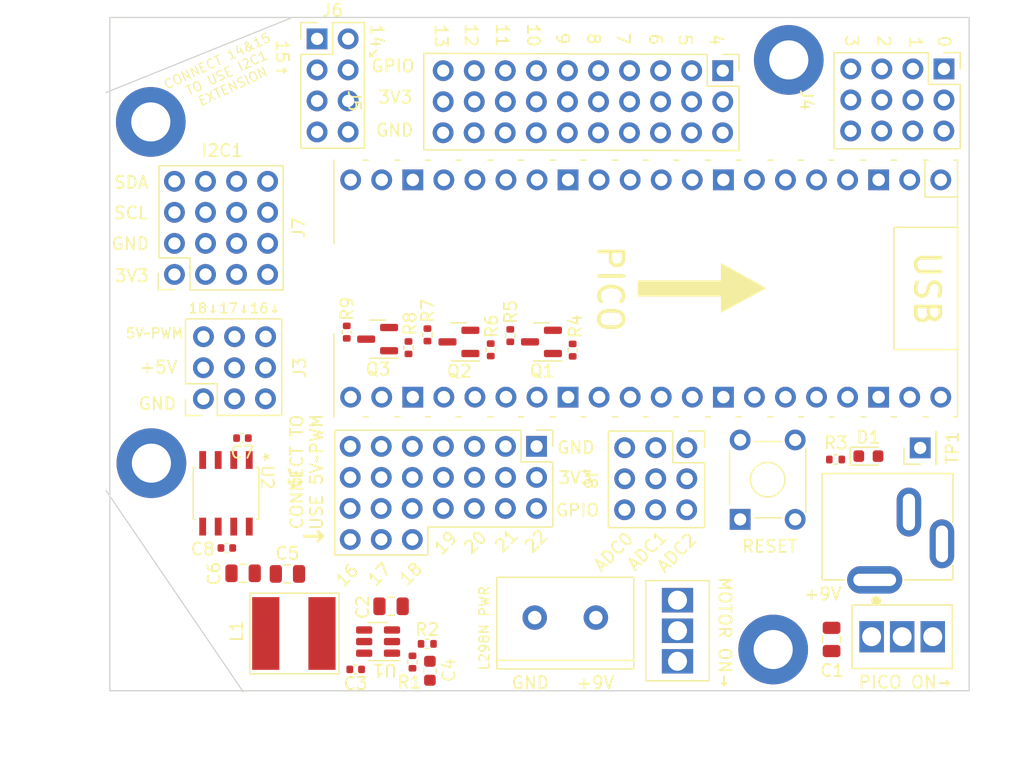
<source format=kicad_pcb>
(kicad_pcb (version 20211014) (generator pcbnew)
  (layers (0 "F.Cu" signal) (31 "B.Cu" signal) (34 "B.Paste" user) (35 "F.Paste" user) (36 "B.SilkS" user "B.Silkscreen") (37 "F.SilkS" user "F.Silkscreen") (38 "B.Mask" user) (39 "F.Mask" user) (44 "Edge.Cuts" user))
  (net 0 "")
  (net 1 "+9V")
  (net 2 "GND")
  (net 3 "Net-(C3-Pad1)")
  (net 4 "Net-(C3-Pad2)")
  (net 5 "Net-(C4-Pad1)")
  (net 6 "+5V")
  (net 7 "Net-(D1-Pad1)")
  (net 8 "+3.3V")
  (net 9 "/MTRPWR")
  (net 10 "/3V3_PWM_1")
  (net 11 "/3V3_PWM_2")
  (net 12 "Net-(J1-Pad1)")
  (net 13 "/run")
  (net 14 "/GPIO0")
  (net 15 "/GPIO1")
  (net 16 "/GPIO2")
  (net 17 "/GPIO3")
  (net 18 "/GPIO4")
  (net 19 "/GPIO5")
  (net 20 "/GPIO6")
  (net 21 "/GPIO7")
  (net 22 "/GPIO8")
  (net 23 "/GPIO9")
  (net 24 "/GPIO10")
  (net 25 "/GPIO11")
  (net 26 "/GPIO12")
  (net 27 "/GPIO13")
  (net 28 "/GPIO14")
  (net 29 "/GPIO15")
  (net 30 "/GPIO16")
  (net 31 "/GPIO17")
  (net 32 "/GPIO18")
  (net 33 "/GPIO19")
  (net 34 "/GPIO20")
  (net 35 "/GPIO21")
  (net 36 "/GPIO22")
  (net 37 "/GPIO26")
  (net 38 "/GPIO27")
  (net 39 "/GPIO28")
  (net 40 "/3V3_PWM_3")
  (net 41 "/5V_PWM_1")
  (net 42 "/5V_PWM_2")
  (net 43 "/5V_PWM_3")
  (net 44 "/SCL")
  (net 45 "/SDA")
  (footprint "LED_SMD:LED_0603_1608Metric" (layer "F.Cu") (at 138.3125 122.625)
    (fp_text reference "D1" (at 0 -1.55) (layer "F.SilkS"))
    (fp_text value "LED")
    (pad "1" smd roundrect (at -0.7875 0) (size 0.875 0.95) (layers "F.Cu" "F.Paste" "F.Mask") (net 7 "Net-(D1-Pad1)"))
    (pad "2" smd roundrect (at 0.7875 0) (size 0.875 0.95) (layers "F.Cu" "F.Paste" "F.Mask") (net 8 "+3.3V"))
  )
  (footprint "Connector_PinHeader_2.54mm:PinHeader4x4_P_2.54mm_Vertical" (layer "F.Cu") (at 92.228 103.945 90)
    (fp_text reference "J7" (at 0 -0.5 90 unlocked) (layer "F.SilkS"))
    (fp_text value "Conn_04x4")
    (pad "1" thru_hole oval (at -3.81 -10.668 90) (size 1.7 1.7) (drill 1) (layers *.Mask "F.Cu" "In1.Cu" "B.Cu") (net 8 "+3.3V"))
    (pad "2" thru_hole oval (at -3.81 -8.128 90) (size 1.7 1.7) (drill 1) (layers *.Mask "F.Cu" "In1.Cu" "B.Cu") (net 8 "+3.3V"))
    (pad "3" thru_hole oval (at -3.81 -5.588 90) (size 1.7 1.7) (drill 1) (layers *.Mask "F.Cu" "In1.Cu" "B.Cu") (net 8 "+3.3V"))
    (pad "4" thru_hole oval (at -3.81 -3.048 90) (size 1.7 1.7) (drill 1) (layers *.Mask "F.Cu" "In1.Cu" "B.Cu") (net 8 "+3.3V"))
    (pad "5" thru_hole oval (at -1.27 -10.668 90) (size 1.7 1.7) (drill 1) (layers *.Mask "F.Cu" "In1.Cu" "B.Cu") (net 2 "GND"))
    (pad "6" thru_hole oval (at -1.27 -8.128 90) (size 1.7 1.7) (drill 1) (layers *.Mask "F.Cu" "In1.Cu" "B.Cu") (net 2 "GND"))
    (pad "7" thru_hole oval (at -1.27 -5.588 90) (size 1.7 1.7) (drill 1) (layers *.Mask "F.Cu" "In1.Cu" "B.Cu") (net 2 "GND"))
    (pad "8" thru_hole oval (at -1.27 -3.048 90) (size 1.7 1.7) (drill 1) (layers *.Mask "F.Cu" "In1.Cu" "B.Cu") (net 2 "GND"))
    (pad "9" thru_hole oval (at 1.27 -10.668 90) (size 1.7 1.7) (drill 1) (layers *.Mask "F.Cu" "In1.Cu" "B.Cu") (net 44 "/SCL"))
    (pad "10" thru_hole oval (at 1.27 -8.128 90) (size 1.7 1.7) (drill 1) (layers *.Mask "F.Cu" "In1.Cu" "B.Cu") (net 44 "/SCL"))
    (pad "11" thru_hole oval (at 1.27 -5.588 90) (size 1.7 1.7) (drill 1) (layers *.Mask "F.Cu" "In1.Cu" "B.Cu") (net 44 "/SCL"))
    (pad "12" thru_hole oval (at 1.27 -3.048 90) (size 1.7 1.7) (drill 1) (layers *.Mask "F.Cu" "In1.Cu" "B.Cu") (net 44 "/SCL"))
    (pad "13" thru_hole oval (at 3.81 -10.668 90) (size 1.7 1.7) (drill 1) (layers *.Mask "F.Cu" "In1.Cu" "B.Cu") (net 45 "/SDA"))
    (pad "14" thru_hole oval (at 3.81 -8.128 90) (size 1.7 1.7) (drill 1) (layers *.Mask "F.Cu" "In1.Cu" "B.Cu") (net 45 "/SDA"))
    (pad "15" thru_hole oval (at 3.81 -5.588 90) (size 1.7 1.7) (drill 1) (layers *.Mask "F.Cu" "In1.Cu" "B.Cu") (net 45 "/SDA"))
    (pad "16" thru_hole oval (at 3.81 -3.048 90) (size 1.7 1.7) (drill 1) (layers *.Mask "F.Cu" "In1.Cu" "B.Cu") (net 45 "/SDA"))
  )
  (footprint "3rdparty:PinHeader_3x4_P2.54mm_vertical" (layer "F.Cu") (at 132.75 93.475 -90)
    (fp_text reference "J4" (at 0 -0.5 -90 unlocked) (layer "F.SilkS"))
    (fp_text value "Conn_3x4_female")
    (pad "1" thru_hole rect (at -2.54 -11.74 270) (size 1.7 1.7) (drill 1) (layers *.Mask "F.Cu" "In1.Cu" "B.Cu") (net 14 "/GPIO0"))
    (pad "2" thru_hole oval (at -2.54 -9.2 270) (size 1.7 1.7) (drill 1) (layers *.Mask "F.Cu" "In1.Cu" "B.Cu") (net 15 "/GPIO1"))
    (pad "3" thru_hole oval (at -2.54 -6.66 270) (size 1.7 1.7) (drill 1) (layers *.Mask "F.Cu" "In1.Cu" "B.Cu") (net 16 "/GPIO2"))
    (pad "4" thru_hole oval (at -2.54 -4.12 270) (size 1.7 1.7) (drill 1) (layers *.Mask "F.Cu" "In1.Cu" "B.Cu") (net 17 "/GPIO3"))
    (pad "5" thru_hole oval (at 0 -11.74 270) (size 1.7 1.7) (drill 1) (layers *.Mask "F.Cu" "In1.Cu" "B.Cu") (net 8 "+3.3V"))
    (pad "6" thru_hole oval (at 0 -9.2 270) (size 1.7 1.7) (drill 1) (layers *.Mask "F.Cu" "In1.Cu" "B.Cu") (net 8 "+3.3V"))
    (pad "7" thru_hole oval (at 0 -6.66 270) (size 1.7 1.7) (drill 1) (layers *.Mask "F.Cu" "In1.Cu" "B.Cu") (net 8 "+3.3V"))
    (pad "8" thru_hole oval (at 0 -4.12 270) (size 1.7 1.7) (drill 1) (layers *.Mask "F.Cu" "In1.Cu" "B.Cu") (net 8 "+3.3V"))
    (pad "9" thru_hole oval (at 2.54 -11.73 270) (size 1.7 1.7) (drill 1) (layers *.Mask "F.Cu" "In1.Cu" "B.Cu") (net 2 "GND"))
    (pad "10" thru_hole oval (at 2.54 -9.19 270) (size 1.7 1.7) (drill 1) (layers *.Mask "F.Cu" "In1.Cu" "B.Cu") (net 2 "GND"))
    (pad "11" thru_hole oval (at 2.54 -6.65 270) (size 1.7 1.7) (drill 1) (layers *.Mask "F.Cu" "In1.Cu" "B.Cu") (net 2 "GND"))
    (pad "12" thru_hole oval (at 2.54 -4.11 270) (size 1.7 1.7) (drill 1) (layers *.Mask "F.Cu" "In1.Cu" "B.Cu") (net 2 "GND"))
  )
  (footprint "Package_TO_SOT_SMD:SOT-23" (layer "F.Cu") (at 104.825 113.275 180)
    (fp_text reference "Q2" (at -0.025 -2.4 180) (layer "F.SilkS"))
    (fp_text value "BSS138")
    (pad "1" smd roundrect (at -0.9375 -0.95 180) (size 1.475 0.6) (layers "F.Cu" "F.Paste" "F.Mask") (net 6 "+5V"))
    (pad "2" smd roundrect (at -0.9375 0.95 180) (size 1.475 0.6) (layers "F.Cu" "F.Paste" "F.Mask") (net 42 "/5V_PWM_2"))
    (pad "3" smd roundrect (at 0.9375 0 180) (size 1.475 0.6) (layers "F.Cu" "F.Paste" "F.Mask") (net 11 "/3V3_PWM_2"))
  )
  (footprint "3rdparty:PinHeader3x7+3" (layer "F.Cu") (at 90.855 124.365 -90)
    (fp_text reference "J9" (at 0 -0.5 -90 unlocked) (layer "F.SilkS"))
    (fp_text value "Conn_03x9")
    (pad "1" thru_hole rect (at -2.54 -20.32 270) (size 1.7 1.7) (drill 1) (layers *.Mask "F.Cu" "In1.Cu" "B.Cu") (net 2 "GND"))
    (pad "2" thru_hole oval (at -2.54 -17.78 270) (size 1.7 1.7) (drill 1) (layers *.Mask "F.Cu" "In1.Cu" "B.Cu") (net 2 "GND"))
    (pad "3" thru_hole oval (at -2.54 -15.24 270) (size 1.7 1.7) (drill 1) (layers *.Mask "F.Cu" "In1.Cu" "B.Cu") (net 2 "GND"))
    (pad "4" thru_hole oval (at -2.54 -12.7 270) (size 1.7 1.7) (drill 1) (layers *.Mask "F.Cu" "In1.Cu" "B.Cu") (net 2 "GND"))
    (pad "5" thru_hole oval (at -2.54 -10.16 270) (size 1.7 1.7) (drill 1) (layers *.Mask "F.Cu" "In1.Cu" "B.Cu") (net 2 "GND"))
    (pad "6" thru_hole oval (at -2.54 -7.62 270) (size 1.7 1.7) (drill 1) (layers *.Mask "F.Cu" "In1.Cu" "B.Cu") (net 2 "GND"))
    (pad "7" thru_hole oval (at -2.54 -5.08 270) (size 1.7 1.7) (drill 1) (layers *.Mask "F.Cu" "In1.Cu" "B.Cu") (net 2 "GND"))
    (pad "8" thru_hole oval (at 0 -20.32 270) (size 1.7 1.7) (drill 1) (layers *.Mask "F.Cu" "In1.Cu" "B.Cu") (net 8 "+3.3V"))
    (pad "9" thru_hole oval (at 0 -17.78 270) (size 1.7 1.7) (drill 1) (layers *.Mask "F.Cu" "In1.Cu" "B.Cu") (net 8 "+3.3V"))
    (pad "10" thru_hole oval (at 0 -15.24 270) (size 1.7 1.7) (drill 1) (layers *.Mask "F.Cu" "In1.Cu" "B.Cu") (net 8 "+3.3V"))
    (pad "11" thru_hole oval (at 0 -12.7 270) (size 1.7 1.7) (drill 1) (layers *.Mask "F.Cu" "In1.Cu" "B.Cu") (net 8 "+3.3V"))
    (pad "12" thru_hole oval (at 0 -10.16 270) (size 1.7 1.7) (drill 1) (layers *.Mask "F.Cu" "In1.Cu" "B.Cu") (net 8 "+3.3V"))
    (pad "13" thru_hole oval (at 0 -7.62 270) (size 1.7 1.7) (drill 1) (layers *.Mask "F.Cu" "In1.Cu" "B.Cu") (net 8 "+3.3V"))
    (pad "14" thru_hole oval (at 0 -5.08 270) (size 1.7 1.7) (drill 1) (layers *.Mask "F.Cu" "In1.Cu" "B.Cu") (net 8 "+3.3V"))
    (pad "15" thru_hole oval (at 2.54 -20.31 270) (size 1.7 1.7) (drill 1) (layers *.Mask "F.Cu" "In1.Cu" "B.Cu") (net 36 "/GPIO22"))
    (pad "16" thru_hole oval (at 2.54 -17.77 270) (size 1.7 1.7) (drill 1) (layers *.Mask "F.Cu" "In1.Cu" "B.Cu") (net 35 "/GPIO21"))
    (pad "17" thru_hole oval (at 2.54 -15.23 270) (size 1.7 1.7) (drill 1) (layers *.Mask "F.Cu" "In1.Cu" "B.Cu") (net 34 "/GPIO20"))
    (pad "18" thru_hole oval (at 2.54 -12.69 270) (size 1.7 1.7) (drill 1) (layers *.Mask "F.Cu" "In1.Cu" "B.Cu") (net 33 "/GPIO19"))
    (pad "19" thru_hole oval (at 2.54 -10.15 270) (size 1.7 1.7) (drill 1) (layers *.Mask "F.Cu" "In1.Cu" "B.Cu") (net 32 "/GPIO18"))
    (pad "20" thru_hole oval (at 2.54 -7.61 270) (size 1.7 1.7) (drill 1) (layers *.Mask "F.Cu" "In1.Cu" "B.Cu") (net 31 "/GPIO17"))
    (pad "21" thru_hole oval (at 2.54 -5.07 270) (size 1.7 1.7) (drill 1) (layers *.Mask "F.Cu" "In1.Cu" "B.Cu") (net 30 "/GPIO16"))
    (pad "22" thru_hole oval (at 5.08 -10.16 270) (size 1.7 1.7) (drill 1) (layers *.Mask "F.Cu" "In1.Cu" "B.Cu") (net 10 "/3V3_PWM_1"))
    (pad "23" thru_hole oval (at 5.08 -7.62 270) (size 1.7 1.7) (drill 1) (layers *.Mask "F.Cu" "In1.Cu" "B.Cu") (net 11 "/3V3_PWM_2"))
    (pad "24" thru_hole oval (at 5.08 -5.08 270) (size 1.7 1.7) (drill 1) (layers *.Mask "F.Cu" "In1.Cu" "B.Cu") (net 40 "/3V3_PWM_3"))
  )
  (footprint "3rdparty:RPi_Pico_SMD_TH" (layer "F.Cu") (at 120.1 108.9052 -90)
    (fp_text reference "U4" hide)
    (fp_text value "PicoW")
    (fp_text user "PICO" (at 0.0198 2.915 -90 unlocked) (layer "F.SilkS") (effects (font (size 2 2) (thickness 0.3))))
    (fp_text user "USB" (at 0 -23 -90 unlocked) (layer "F.SilkS") (effects (font (size 2 2) (thickness 0.3))))
    (pad "1" thru_hole oval (at -8.89 -24.13 270) (size 1.7 1.7) (drill 1.02) (layers *.Cu *.Mask) (net 14 "/GPIO0"))
    (pad "2" thru_hole oval (at -8.89 -21.59 270) (size 1.7 1.7) (drill 1.02) (layers *.Cu *.Mask) (net 15 "/GPIO1"))
    (pad "3" thru_hole rect (at -8.89 -19.05 270) (size 1.7 1.7) (drill 1.02) (layers *.Cu *.Mask) (net 2 "GND"))
    (pad "4" thru_hole oval (at -8.89 -16.51 270) (size 1.7 1.7) (drill 1.02) (layers *.Cu *.Mask) (net 16 "/GPIO2"))
    (pad "5" thru_hole oval (at -8.89 -13.97 270) (size 1.7 1.7) (drill 1.02) (layers *.Cu *.Mask) (net 17 "/GPIO3"))
    (pad "6" thru_hole oval (at -8.89 -11.43 270) (size 1.7 1.7) (drill 1.02) (layers *.Cu *.Mask) (net 18 "/GPIO4"))
    (pad "7" thru_hole oval (at -8.89 -8.89 270) (size 1.7 1.7) (drill 1.02) (layers *.Cu *.Mask) (net 19 "/GPIO5"))
    (pad "8" thru_hole rect (at -8.89 -6.35 270) (size 1.7 1.7) (drill 1.02) (layers *.Cu *.Mask) (net 2 "GND"))
    (pad "9" thru_hole oval (at -8.89 -3.81 270) (size 1.7 1.7) (drill 1.02) (layers *.Cu *.Mask) (net 20 "/GPIO6"))
    (pad "10" thru_hole oval (at -8.89 -1.27 270) (size 1.7 1.7) (drill 1.02) (layers *.Cu *.Mask) (net 21 "/GPIO7"))
    (pad "11" thru_hole oval (at -8.89 1.27 270) (size 1.7 1.7) (drill 1.02) (layers *.Cu *.Mask) (net 22 "/GPIO8"))
    (pad "12" thru_hole oval (at -8.89 3.81 270) (size 1.7 1.7) (drill 1.02) (layers *.Cu *.Mask) (net 23 "/GPIO9"))
    (pad "13" thru_hole rect (at -8.89 6.35 270) (size 1.7 1.7) (drill 1.02) (layers *.Cu *.Mask) (net 2 "GND"))
    (pad "14" thru_hole oval (at -8.89 8.89 270) (size 1.7 1.7) (drill 1.02) (layers *.Cu *.Mask) (net 24 "/GPIO10"))
    (pad "15" thru_hole oval (at -8.89 11.43 270) (size 1.7 1.7) (drill 1.02) (layers *.Cu *.Mask) (net 25 "/GPIO11"))
    (pad "16" thru_hole oval (at -8.89 13.97 270) (size 1.7 1.7) (drill 1.02) (layers *.Cu *.Mask) (net 26 "/GPIO12"))
    (pad "17" thru_hole oval (at -8.89 16.51 270) (size 1.7 1.7) (drill 1.02) (layers *.Cu *.Mask) (net 27 "/GPIO13"))
    (pad "18" thru_hole rect (at -8.89 19.05 270) (size 1.7 1.7) (drill 1.02) (layers *.Cu *.Mask) (net 2 "GND"))
    (pad "19" thru_hole oval (at -8.89 21.59 270) (size 1.7 1.7) (drill 1.02) (layers *.Cu *.Mask) (net 28 "/GPIO14"))
    (pad "20" thru_hole oval (at -8.89 24.13 270) (size 1.7 1.7) (drill 1.02) (layers *.Cu *.Mask) (net 29 "/GPIO15"))
    (pad "21" thru_hole oval (at 8.89 24.13 270) (size 1.7 1.7) (drill 1.02) (layers *.Cu *.Mask) (net 30 "/GPIO16"))
    (pad "22" thru_hole oval (at 8.89 21.59 270) (size 1.7 1.7) (drill 1.02) (layers *.Cu *.Mask) (net 31 "/GPIO17"))
    (pad "23" thru_hole rect (at 8.89 19.05 270) (size 1.7 1.7) (drill 1.02) (layers *.Cu *.Mask) (net 2 "GND"))
    (pad "24" thru_hole oval (at 8.89 16.51 270) (size 1.7 1.7) (drill 1.02) (layers *.Cu *.Mask) (net 32 "/GPIO18"))
    (pad "25" thru_hole oval (at 8.89 13.97 270) (size 1.7 1.7) (drill 1.02) (layers *.Cu *.Mask) (net 33 "/GPIO19"))
    (pad "26" thru_hole oval (at 8.89 11.43 270) (size 1.7 1.7) (drill 1.02) (layers *.Cu *.Mask) (net 34 "/GPIO20"))
    (pad "27" thru_hole oval (at 8.89 8.89 270) (size 1.7 1.7) (drill 1.02) (layers *.Cu *.Mask) (net 35 "/GPIO21"))
    (pad "28" thru_hole rect (at 8.89 6.35 270) (size 1.7 1.7) (drill 1.02) (layers *.Cu *.Mask) (net 2 "GND"))
    (pad "29" thru_hole oval (at 8.89 3.81 270) (size 1.7 1.7) (drill 1.02) (layers *.Cu *.Mask) (net 36 "/GPIO22"))
    (pad "30" thru_hole oval (at 8.89 1.27 270) (size 1.7 1.7) (drill 1.02) (layers *.Cu *.Mask) (net 13 "/run"))
    (pad "31" thru_hole oval (at 8.89 -1.27 270) (size 1.7 1.7) (drill 1.02) (layers *.Cu *.Mask) (net 37 "/GPIO26"))
    (pad "32" thru_hole oval (at 8.89 -3.81 270) (size 1.7 1.7) (drill 1.02) (layers *.Cu *.Mask) (net 38 "/GPIO27"))
    (pad "33" thru_hole rect (at 8.89 -6.35 270) (size 1.7 1.7) (drill 1.02) (layers *.Cu *.Mask) (net 2 "GND"))
    (pad "34" thru_hole oval (at 8.89 -8.89 270) (size 1.7 1.7) (drill 1.02) (layers *.Cu *.Mask) (net 39 "/GPIO28"))
    (pad "35" thru_hole oval (at 8.89 -11.43 270) (size 1.7 1.7) (drill 1.02) (layers *.Cu *.Mask))
    (pad "36" thru_hole oval (at 8.89 -13.97 270) (size 1.7 1.7) (drill 1.02) (layers *.Cu *.Mask))
    (pad "37" thru_hole oval (at 8.89 -16.51 270) (size 1.7 1.7) (drill 1.02) (layers *.Cu *.Mask))
    (pad "38" thru_hole rect (at 8.89 -19.05 270) (size 1.7 1.7) (drill 1.02) (layers *.Cu *.Mask) (net 2 "GND"))
    (pad "39" thru_hole oval (at 8.89 -21.59 270) (size 1.7 1.7) (drill 1.02) (layers *.Cu *.Mask) (net 6 "+5V"))
    (pad "40" thru_hole oval (at 8.89 -24.13 270) (size 1.7 1.7) (drill 1.02) (layers *.Cu *.Mask))
  )
  (footprint "MountingHole:MountingHole_3.2mm_M3_ISO7380_Pad" (layer "F.Cu") (at 131.8 90.2)
    (fp_text reference "H1" hide)
    (fp_text value "MountingHole_Pad")
    (pad "1" thru_hole circle (at 0 0) (size 5.7 5.7) (drill 3.2) (layers *.Cu *.Mask) (net 2 "GND"))
  )
  (footprint "Capacitor_SMD:C_0805_2012Metric" (layer "F.Cu") (at 99.275 134.9125 180)
    (fp_text reference "C2" (at 2.325 -0.075 90) (layer "F.SilkS"))
    (fp_text value "10μ")
    (pad "1" smd roundrect (at -0.95 0 180) (size 1 1.45) (layers "F.Cu" "F.Paste" "F.Mask") (net 1 "+9V"))
    (pad "2" smd roundrect (at 0.95 0 180) (size 1 1.45) (layers "F.Cu" "F.Paste" "F.Mask") (net 2 "GND"))
  )
  (footprint "Connector_PinHeader_2.54mm:PinHeader3x3_P2.54mm_Vertical" (layer "F.Cu") (at 115.08 124.475 -90)
    (fp_text reference "J8" (at 0 -0.5 -90 unlocked) (layer "F.SilkS"))
    (fp_text value "Conn_3x3_female")
    (pad "1" thru_hole oval (at -2.54 -8.38 270) (size 1.7 1.7) (drill 1) (layers *.Mask "F.Cu" "In1.Cu" "B.Cu") (net 2 "GND"))
    (pad "2" thru_hole oval (at -2.54 -5.84 270) (size 1.7 1.7) (drill 1) (layers *.Mask "F.Cu" "In1.Cu" "B.Cu") (net 2 "GND"))
    (pad "3" thru_hole oval (at -2.54 -3.3 270) (size 1.7 1.7) (drill 1) (layers *.Mask "F.Cu" "In1.Cu" "B.Cu") (net 2 "GND"))
    (pad "4" thru_hole oval (at 0 -8.38 270) (size 1.7 1.7) (drill 1) (layers *.Mask "F.Cu" "In1.Cu" "B.Cu") (net 8 "+3.3V"))
    (pad "5" thru_hole oval (at 0 -5.84 270) (size 1.7 1.7) (drill 1) (layers *.Mask "F.Cu" "In1.Cu" "B.Cu") (net 8 "+3.3V"))
    (pad "6" thru_hole oval (at 0 -3.3 270) (size 1.7 1.7) (drill 1) (layers *.Mask "F.Cu" "In1.Cu" "B.Cu") (net 8 "+3.3V"))
    (pad "7" thru_hole oval (at 2.54 -8.37 270) (size 1.7 1.7) (drill 1) (layers *.Mask "F.Cu" "In1.Cu" "B.Cu") (net 39 "/GPIO28"))
    (pad "8" thru_hole oval (at 2.54 -5.83 270) (size 1.7 1.7) (drill 1) (layers *.Mask "F.Cu" "In1.Cu" "B.Cu") (net 38 "/GPIO27"))
    (pad "9" thru_hole oval (at 2.54 -3.29 270) (size 1.7 1.7) (drill 1) (layers *.Mask "F.Cu" "In1.Cu" "B.Cu") (net 37 "/GPIO26"))
  )
  (footprint "Capacitor_SMD:C_0805_2012Metric" (layer "F.Cu") (at 135.3 137.625 -90)
    (fp_text reference "C1" (at 2.55 -0.05 180) (layer "F.SilkS"))
    (fp_text value "10μ")
    (pad "1" smd roundrect (at -0.95 0 270) (size 1 1.45) (layers "F.Cu" "F.Paste" "F.Mask") (net 1 "+9V"))
    (pad "2" smd roundrect (at 0.95 0 270) (size 1 1.45) (layers "F.Cu" "F.Paste" "F.Mask") (net 2 "GND"))
  )
  (footprint "Package_TO_SOT_SMD:TSOT-23-6" (layer "F.Cu") (at 98.2125 137.8 180)
    (fp_text reference "U1" (at -0.5375 -2.35 180 unlocked) (layer "F.SilkS"))
    (fp_text value "AP63300WU-7")
    (pad "1" smd roundrect (at -1.1375 -0.95 180) (size 1.325 0.6) (layers "F.Cu" "F.Paste" "F.Mask") (net 5 "Net-(C4-Pad1)"))
    (pad "2" smd roundrect (at -1.1375 0 180) (size 1.325 0.6) (layers "F.Cu" "F.Paste" "F.Mask") (net 1 "+9V"))
    (pad "3" smd roundrect (at -1.1375 0.95 180) (size 1.325 0.6) (layers "F.Cu" "F.Paste" "F.Mask") (net 1 "+9V"))
    (pad "4" smd roundrect (at 1.1375 0.95 180) (size 1.325 0.6) (layers "F.Cu" "F.Paste" "F.Mask") (net 2 "GND"))
    (pad "5" smd roundrect (at 1.1375 0 180) (size 1.325 0.6) (layers "F.Cu" "F.Paste" "F.Mask") (net 4 "Net-(C3-Pad2)"))
    (pad "6" smd roundrect (at 1.1375 -0.95 180) (size 1.325 0.6) (layers "F.Cu" "F.Paste" "F.Mask") (net 3 "Net-(C3-Pad1)"))
  )
  (footprint "3rdparty:SW-T3-2B-A-A3-S1" (layer "F.Cu") (at 134.975 137.4 -90)
    (fp_text reference "SW-on/off1" hide)
    (fp_text value "SW_SPST")
    (pad "1" thru_hole rect (at 0 -8.6 270) (size 2.55 2) (drill 1.55) (layers *.Cu *.Mask) (net 12 "Net-(J1-Pad1)"))
    (pad "2" thru_hole rect (at 0 -6.1 270) (size 2.55 2) (drill 1.55) (layers *.Cu *.Mask) (net 1 "+9V"))
    (pad "3" thru_hole rect (at 0 -3.6 270) (size 2.55 2) (drill 1.55) (layers *.Cu *.Mask))
  )
  (footprint "Resistor_SMD:R_0402_1005Metric" (layer "F.Cu") (at 135.625 122.9 180)
    (fp_text reference "R3" (at -0.025 1.35) (layer "F.SilkS"))
    (fp_text value "470")
    (pad "1" smd roundrect (at -0.51 0 180) (size 0.54 0.64) (layers "F.Cu" "F.Paste" "F.Mask") (net 7 "Net-(D1-Pad1)"))
    (pad "2" smd roundrect (at 0.51 0 180) (size 0.54 0.64) (layers "F.Cu" "F.Paste" "F.Mask") (net 2 "GND"))
  )
  (footprint "Resistor_SMD:R_0402_1005Metric" (layer "F.Cu") (at 102.235 137.9875)
    (fp_text reference "R2" (at 0 -1.17) (layer "F.SilkS"))
    (fp_text value "30.1k")
    (pad "1" smd roundrect (at -0.51 0) (size 0.54 0.64) (layers "F.Cu" "F.Paste" "F.Mask") (net 5 "Net-(C4-Pad1)"))
    (pad "2" smd roundrect (at 0.51 0) (size 0.54 0.64) (layers "F.Cu" "F.Paste" "F.Mask") (net 2 "GND"))
  )
  (footprint "Capacitor_SMD:C_0402_1005Metric" (layer "F.Cu") (at 85.8425 130.140125 180)
    (fp_text reference "C8" (at 1.9675 -0.089275) (layer "F.SilkS"))
    (fp_text value "4.7u")
    (pad "1" smd roundrect (at -0.48 0 180) (size 0.56 0.62) (layers "F.Cu" "F.Paste" "F.Mask") (net 6 "+5V"))
    (pad "2" smd roundrect (at 0.48 0 180) (size 0.56 0.62) (layers "F.Cu" "F.Paste" "F.Mask") (net 2 "GND"))
  )
  (footprint "Resistor_SMD:R_0402_1005Metric" (layer "F.Cu") (at 100.7 113.75 90)
    (fp_text reference "R8" (at 1.975 0.125 90) (layer "F.SilkS"))
    (fp_text value "10K")
    (pad "1" smd roundrect (at -0.51 0 90) (size 0.54 0.64) (layers "F.Cu" "F.Paste" "F.Mask") (net 6 "+5V"))
    (pad "2" smd roundrect (at 0.51 0 90) (size 0.54 0.64) (layers "F.Cu" "F.Paste" "F.Mask") (net 43 "/5V_PWM_3"))
  )
  (footprint "MountingHole:MountingHole_3.2mm_M3_ISO7380_Pad" (layer "F.Cu") (at 130.525 138.45)
    (fp_text reference "H2" hide)
    (fp_text value "MountingHole_Pad")
    (pad "1" thru_hole circle (at 0 0) (size 5.7 5.7) (drill 3.2) (layers *.Cu *.Mask) (net 2 "GND"))
  )
  (footprint "MountingHole:MountingHole_3.2mm_M3_ISO7380_Pad" (layer "F.Cu") (at 79.625 95.275)
    (fp_text reference "H3" hide)
    (fp_text value "MountingHole_Pad")
    (pad "1" thru_hole circle (at 0 0) (size 5.7 5.7) (drill 3.2) (layers *.Cu *.Mask) (net 2 "GND"))
  )
  (footprint "Resistor_SMD:R_0402_1005Metric" (layer "F.Cu") (at 109.025 112.76 -90)
    (fp_text reference "R5" (at -1.935 -0.025 90) (layer "F.SilkS"))
    (fp_text value "10K")
    (pad "1" smd roundrect (at -0.51 0 270) (size 0.54 0.64) (layers "F.Cu" "F.Paste" "F.Mask") (net 8 "+3.3V"))
    (pad "2" smd roundrect (at 0.51 0 270) (size 0.54 0.64) (layers "F.Cu" "F.Paste" "F.Mask") (net 10 "/3V3_PWM_1"))
  )
  (footprint "Button_Switch_THT:SW_TH_Tactile_Omron_B3F-10xx" (layer "F.Cu") (at 127.825 127.8 90)
    (fp_text reference "SW1" hide)
    (fp_text value "SW_Push")
    (pad "1" thru_hole circle (at 6.5 0 90) (size 1.7 1.7) (drill 1) (layers *.Cu *.Mask) (net 13 "/run"))
    (pad "1" thru_hole rect (at 0 0 90) (size 1.7 1.7) (drill 1) (layers *.Cu *.Mask) (net 13 "/run"))
    (pad "2" thru_hole circle (at 0 4.5 90) (size 1.7 1.7) (drill 1) (layers *.Cu *.Mask) (net 2 "GND"))
    (pad "2" thru_hole circle (at 6.5 4.5 90) (size 1.7 1.7) (drill 1) (layers *.Cu *.Mask) (net 2 "GND"))
  )
  (footprint "3rdparty:PinHeader_3x11_P2.54mm_Vertical" (layer "F.Cu") (at 95.7698 93.5598 -90)
    (fp_text reference "J5" (at 0 -0.5 -90 unlocked) (layer "F.SilkS"))
    (fp_text value "Conn_03x10")
    (pad "1" thru_hole rect (at -2.48 -30.63 270) (size 1.7 1.7) (drill 1) (layers *.Mask "F.Cu" "In1.Cu" "B.Cu") (net 18 "/GPIO4"))
    (pad "2" thru_hole oval (at -2.48 -28.09 270) (size 1.7 1.7) (drill 1) (layers *.Mask "F.Cu" "In1.Cu" "B.Cu") (net 19 "/GPIO5"))
    (pad "3" thru_hole oval (at -2.48 -25.55 270) (size 1.7 1.7) (drill 1) (layers *.Mask "F.Cu" "In1.Cu" "B.Cu") (net 20 "/GPIO6"))
    (pad "4" thru_hole oval (at -2.48 -23.01 270) (size 1.7 1.7) (drill 1) (layers *.Mask "F.Cu" "In1.Cu" "B.Cu") (net 21 "/GPIO7"))
    (pad "5" thru_hole oval (at -2.48 -20.47 270) (size 1.7 1.7) (drill 1) (layers *.Mask "F.Cu" "In1.Cu" "B.Cu") (net 22 "/GPIO8"))
    (pad "6" thru_hole oval (at -2.48 -17.93 270) (size 1.7 1.7) (drill 1) (layers *.Mask "F.Cu" "In1.Cu" "B.Cu") (net 23 "/GPIO9"))
    (pad "7" thru_hole oval (at -2.48 -15.39 270) (size 1.7 1.7) (drill 1) (layers *.Mask "F.Cu" "In1.Cu" "B.Cu") (net 24 "/GPIO10"))
    (pad "8" thru_hole oval (at -2.48 -12.85 270) (size 1.7 1.7) (drill 1) (layers *.Mask "F.Cu" "In1.Cu" "B.Cu") (net 25 "/GPIO11"))
    (pad "9" thru_hole oval (at -2.48 -10.31 270) (size 1.7 1.7) (drill 1) (layers *.Mask "F.Cu" "In1.Cu" "B.Cu") (net 26 "/GPIO12"))
    (pad "10" thru_hole oval (at -2.48 -7.77 270) (size 1.7 1.7) (drill 1) (layers *.Mask "F.Cu" "In1.Cu" "B.Cu") (net 27 "/GPIO13"))
    (pad "11" thru_hole oval (at 0.06 -30.63 270) (size 1.7 1.7) (drill 1) (layers *.Cu *.Mask) (net 8 "+3.3V"))
    (pad "12" thru_hole oval (at 0.06 -28.09 270) (size 1.7 1.7) (drill 1) (layers *.Mask "F.Cu" "In1.Cu" "B.Cu") (net 8 "+3.3V"))
    (pad "13" thru_hole oval (at 0.06 -25.55 270) (size 1.7 1.7) (drill 1) (layers *.Mask "F.Cu" "In1.Cu" "B.Cu") (net 8 "+3.3V"))
    (pad "14" thru_hole oval (at 0.06 -23.01 270) (size 1.7 1.7) (drill 1) (layers *.Mask "F.Cu" "In1.Cu" "B.Cu") (net 8 "+3.3V"))
    (pad "15" thru_hole oval (at 0.06 -20.47 270) (size 1.7 1.7) (drill 1) (layers *.Mask "F.Cu" "In1.Cu" "B.Cu") (net 8 "+3.3V"))
    (pad "16" thru_hole oval (at 0.06 -17.93 270) (size 1.7 1.7) (drill 1) (layers *.Mask "F.Cu" "In1.Cu" "B.Cu") (net 8 "+3.3V"))
    (pad "17" thru_hole oval (at 0.06 -15.39 270) (size 1.7 1.7) (drill 1) (layers *.Mask "F.Cu" "In1.Cu" "B.Cu") (net 8 "+3.3V"))
    (pad "18" thru_hole oval (at 0.06 -12.85 270) (size 1.7 1.7) (drill 1) (layers *.Mask "F.Cu" "In1.Cu" "B.Cu") (net 8 "+3.3V"))
    (pad "19" thru_hole oval (at 0.06 -10.31 270) (size 1.7 1.7) (drill 1) (layers *.Mask "F.Cu" "In1.Cu" "B.Cu") (net 8 "+3.3V"))
    (pad "20" thru_hole oval (at 0.06 -7.77 270) (size 1.7 1.7) (drill 1) (layers *.Mask "F.Cu" "In1.Cu" "B.Cu") (net 8 "+3.3V"))
    (pad "21" thru_hole oval (at 2.6 -30.62 270) (size 1.7 1.7) (drill 1) (layers *.Mask "F.Cu" "In1.Cu" "B.Cu") (net 2 "GND"))
    (pad "22" thru_hole oval (at 2.6 -28.08 270) (size 1.7 1.7) (drill 1) (layers *.Mask "F.Cu" "In1.Cu" "B.Cu") (net 2 "GND"))
    (pad "23" thru_hole oval (at 2.6 -25.54 270) (size 1.7 1.7) (drill 1) (layers *.Mask "F.Cu" "In1.Cu" "B.Cu") (net 2 "GND"))
    (pad "24" thru_hole oval (at 2.6 -23 270) (size 1.7 1.7) (drill 1) (layers *.Mask "F.Cu" "In1.Cu" "B.Cu") (net 2 "GND"))
    (pad "25" thru_hole oval (at 2.6 -20.46 270) (size 1.7 1.7) (drill 1) (layers *.Mask "F.Cu" "In1.Cu" "B.Cu") (net 2 "GND"))
    (pad "26" thru_hole oval (at 2.6 -17.92 270) (size 1.7 1.7) (drill 1) (layers *.Mask "F.Cu" "In1.Cu" "B.Cu") (net 2 "GND"))
    (pad "27" thru_hole oval (at 2.6 -15.38 270) (size 1.7 1.7) (drill 1) (layers *.Mask "F.Cu" "In1.Cu" "B.Cu") (net 2 "GND"))
    (pad "28" thru_hole oval (at 2.6 -12.84 270) (size 1.7 1.7) (drill 1) (layers *.Mask "F.Cu" "In1.Cu" "B.Cu") (net 2 "GND"))
    (pad "29" thru_hole oval (at 2.6 -10.3 270) (size 1.7 1.7) (drill 1) (layers *.Mask "F.Cu" "In1.Cu" "B.Cu") (net 2 "GND"))
    (pad "30" thru_hole oval (at 2.6 -7.76 270) (size 1.7 1.7) (drill 1) (layers *.Mask "F.Cu" "In1.Cu" "B.Cu") (net 2 "GND"))
  )
  (footprint "3rdparty:SW-T3-2B-A-A3-S1" (layer "F.Cu") (at 122.7 130.8125 180)
    (fp_text reference "SW-on/off2" hide)
    (fp_text value "SW_SPST")
    (pad "1" thru_hole rect (at 0 -8.6 180) (size 2.55 2) (drill 1.55) (layers *.Cu *.Mask) (net 9 "/MTRPWR"))
    (pad "2" thru_hole rect (at 0 -6.1 180) (size 2.55 2) (drill 1.55) (layers *.Cu *.Mask) (net 1 "+9V"))
    (pad "3" thru_hole rect (at 0 -3.6 180) (size 2.55 2) (drill 1.55) (layers *.Cu *.Mask))
  )
  (footprint "Capacitor_SMD:C_0805_2012Metric" (layer "F.Cu") (at 90.8 132.2625)
    (fp_text reference "C5" (at 0 -1.68) (layer "F.SilkS"))
    (fp_text value "22μ")
    (pad "1" smd roundrect (at -0.95 0) (size 1 1.45) (layers "F.Cu" "F.Paste" "F.Mask") (net 6 "+5V"))
    (pad "2" smd roundrect (at 0.95 0) (size 1 1.45) (layers "F.Cu" "F.Paste" "F.Mask") (net 2 "GND"))
  )
  (footprint "Connector_PinHeader_2.54mm:PinHeader3x3_P2.54mm_Vertical" (layer "F.Cu") (at 92.305 115.39 90)
    (fp_text reference "J3" (at 0 -0.5 90 unlocked) (layer "F.SilkS"))
    (fp_text value "Conn_03x3_female")
    (pad "1" thru_hole oval (at -2.54 -8.38 90) (size 1.7 1.7) (drill 1) (layers *.Mask "F.Cu" "In1.Cu" "B.Cu") (net 2 "GND"))
    (pad "2" thru_hole oval (at -2.54 -5.84 90) (size 1.7 1.7) (drill 1) (layers *.Mask "F.Cu" "In1.Cu" "B.Cu") (net 2 "GND"))
    (pad "3" thru_hole oval (at -2.54 -3.3 90) (size 1.7 1.7) (drill 1) (layers *.Mask "F.Cu" "In1.Cu" "B.Cu") (net 2 "GND"))
    (pad "4" thru_hole oval (at 0 -8.38 90) (size 1.7 1.7) (drill 1) (layers *.Mask "F.Cu" "In1.Cu" "B.Cu") (net 6 "+5V"))
    (pad "5" thru_hole oval (at 0 -5.84 90) (size 1.7 1.7) (drill 1) (layers *.Mask "F.Cu" "In1.Cu" "B.Cu") (net 6 "+5V"))
    (pad "6" thru_hole oval (at 0 -3.3 90) (size 1.7 1.7) (drill 1) (layers *.Mask "F.Cu" "In1.Cu" "B.Cu") (net 6 "+5V"))
    (pad "7" thru_hole oval (at 2.54 -8.37 90) (size 1.7 1.7) (drill 1) (layers *.Mask "F.Cu" "In1.Cu" "B.Cu") (net 41 "/5V_PWM_1"))
    (pad "8" thru_hole oval (at 2.54 -5.83 90) (size 1.7 1.7) (drill 1) (layers *.Mask "F.Cu" "In1.Cu" "B.Cu") (net 42 "/5V_PWM_2"))
    (pad "9" thru_hole oval (at 2.54 -3.29 90) (size 1.7 1.7) (drill 1) (layers *.Mask "F.Cu" "In1.Cu" "B.Cu") (net 43 "/5V_PWM_3"))
  )
  (footprint "Capacitor_SMD:C_0402_1005Metric" (layer "F.Cu") (at 96.38 140.075 180)
    (fp_text reference "C3" (at 0 -1.16) (layer "F.SilkS"))
    (fp_text value "0.1μ")
    (pad "1" smd roundrect (at -0.48 0 180) (size 0.56 0.62) (layers "F.Cu" "F.Paste" "F.Mask") (net 3 "Net-(C3-Pad1)"))
    (pad "2" smd roundrect (at 0.48 0 180) (size 0.56 0.62) (layers "F.Cu" "F.Paste" "F.Mask") (net 4 "Net-(C3-Pad2)"))
  )
  (footprint "Resistor_SMD:R_0402_1005Metric" (layer "F.Cu") (at 107.425 113.925 90)
    (fp_text reference "R6" (at 1.935 0.075 90) (layer "F.SilkS"))
    (fp_text value "10K")
    (pad "1" smd roundrect (at -0.51 0 90) (size 0.54 0.64) (layers "F.Cu" "F.Paste" "F.Mask") (net 6 "+5V"))
    (pad "2" smd roundrect (at 0.51 0 90) (size 0.54 0.64) (layers "F.Cu" "F.Paste" "F.Mask") (net 42 "/5V_PWM_2"))
  )
  (footprint "Resistor_SMD:R_0402_1005Metric" (layer "F.Cu") (at 95.65 112.475 -90)
    (fp_text reference "R9" (at -1.9 -0.025 90) (layer "F.SilkS"))
    (fp_text value "10K")
    (pad "1" smd roundrect (at -0.51 0 270) (size 0.54 0.64) (layers "F.Cu" "F.Paste" "F.Mask") (net 8 "+3.3V"))
    (pad "2" smd roundrect (at 0.51 0 270) (size 0.54 0.64) (layers "F.Cu" "F.Paste" "F.Mask") (net 40 "/3V3_PWM_3"))
  )
  (footprint "Package_TO_SOT_SMD:SOT-23" (layer "F.Cu") (at 111.575 113.275 180)
    (fp_text reference "Q1" (at -0.05 -2.375 180) (layer "F.SilkS"))
    (fp_text value "BSS138")
    (pad "1" smd roundrect (at -0.9375 -0.95 180) (size 1.475 0.6) (layers "F.Cu" "F.Paste" "F.Mask") (net 6 "+5V"))
    (pad "2" smd roundrect (at -0.9375 0.95 180) (size 1.475 0.6) (layers "F.Cu" "F.Paste" "F.Mask") (net 41 "/5V_PWM_1"))
    (pad "3" smd roundrect (at 0.9375 0 180) (size 1.475 0.6) (layers "F.Cu" "F.Paste" "F.Mask") (net 10 "/3V3_PWM_1"))
  )
  (footprint "Capacitor_SMD:C_0805_2012Metric" (layer "F.Cu") (at 87.175 132.2125 180)
    (fp_text reference "C6" (at 2.375 -0.025 90) (layer "F.SilkS"))
    (fp_text value "22μ")
    (pad "1" smd roundrect (at -0.95 0 180) (size 1 1.45) (layers "F.Cu" "F.Paste" "F.Mask") (net 6 "+5V"))
    (pad "2" smd roundrect (at 0.95 0 180) (size 1 1.45) (layers "F.Cu" "F.Paste" "F.Mask") (net 2 "GND"))
  )
  (footprint "Package_TO_SOT_SMD:SOT-23" (layer "F.Cu") (at 98.175 113.05 180)
    (fp_text reference "Q3" (at -0.05 -2.45 180) (layer "F.SilkS"))
    (fp_text value "BSS138")
    (pad "1" smd roundrect (at -0.9375 -0.95 180) (size 1.475 0.6) (layers "F.Cu" "F.Paste" "F.Mask") (net 6 "+5V"))
    (pad "2" smd roundrect (at -0.9375 0.95 180) (size 1.475 0.6) (layers "F.Cu" "F.Paste" "F.Mask") (net 43 "/5V_PWM_3"))
    (pad "3" smd roundrect (at 0.9375 0 180) (size 1.475 0.6) (layers "F.Cu" "F.Paste" "F.Mask") (net 40 "/3V3_PWM_3"))
  )
  (footprint "Capacitor_SMD:C_0402_1005Metric" (layer "F.Cu") (at 87.12 121.15 180)
    (fp_text reference "C7" (at 0 -1.16) (layer "F.SilkS"))
    (fp_text value "4.7u")
    (pad "1" smd roundrect (at -0.48 0 180) (size 0.56 0.62) (layers "F.Cu" "F.Paste" "F.Mask") (net 8 "+3.3V"))
    (pad "2" smd roundrect (at 0.48 0 180) (size 0.56 0.62) (layers "F.Cu" "F.Paste" "F.Mask") (net 2 "GND"))
  )
  (footprint "Package_SO:AP2115M-3.3TRG1" (layer "F.Cu") (at 85.7725 125.665125 -90)
    (fp_text reference "U2" (at -1.325 -3.375 -90 unlocked) (layer "F.SilkS"))
    (fp_text value "AP2115M-3.3TRG1" hide)
    (fp_text user "*" (at -2.97815 -3.6068 90) (layer "F.SilkS"))
    (fp_text user "*" (at -2.97815 -3.6068 90) (layer "F.SilkS"))
    (pad "1" smd rect (at -2.72415 -1.905 270) (size 1.4605 0.5588) (layers "F.Cu" "F.Paste" "F.Mask") (net 8 "+3.3V"))
    (pad "2" smd rect (at -2.72415 -0.635 270) (size 1.4605 0.5588) (layers "F.Cu" "F.Paste" "F.Mask"))
    (pad "3" smd rect (at -2.72415 0.635 270) (size 1.4605 0.5588) (layers "F.Cu" "F.Paste" "F.Mask"))
    (pad "4" smd rect (at -2.72415 1.905 270) (size 1.4605 0.5588) (layers "F.Cu" "F.Paste" "F.Mask"))
    (pad "5" smd rect (at 2.72415 1.905 270) (size 1.4605 0.5588) (layers "F.Cu" "F.Paste" "F.Mask") (net 6 "+5V"))
    (pad "6" smd rect (at 2.72415 0.635 270) (size 1.4605 0.5588) (layers "F.Cu" "F.Paste" "F.Mask") (net 2 "GND"))
    (pad "7" smd rect (at 2.72415 -0.635 270) (size 1.4605 0.5588) (layers "F.Cu" "F.Paste" "F.Mask") (net 2 "GND"))
    (pad "8" smd rect (at 2.72415 -1.905 270) (size 1.4605 0.5588) (layers "F.Cu" "F.Paste" "F.Mask") (net 6 "+5V"))
  )
  (footprint "MountingHole:MountingHole_3.2mm_M3_ISO7380_Pad" (layer "F.Cu") (at 79.675 123.2)
    (fp_text reference "H4" hide)
    (fp_text value "MountingHole_Pad")
    (pad "1" thru_hole circle (at 0 0) (size 5.7 5.7) (drill 3.2) (layers *.Cu *.Mask) (net 2 "GND"))
  )
  (footprint "Resistor_SMD:R_0402_1005Metric" (layer "F.Cu") (at 114.125 113.95 90)
    (fp_text reference "R4" (at 1.95 0.225 90) (layer "F.SilkS"))
    (fp_text value "10K")
    (pad "1" smd roundrect (at -0.51 0 90) (size 0.54 0.64) (layers "F.Cu" "F.Paste" "F.Mask") (net 6 "+5V"))
    (pad "2" smd roundrect (at 0.51 0 90) (size 0.54 0.64) (layers "F.Cu" "F.Paste" "F.Mask") (net 41 "/5V_PWM_1"))
  )
  (footprint "Connector_PinHeader_2.54mm:PinHeader_2x04_P2.54mm_Vertical" (layer "F.Cu") (at 93.225 88.475)
    (fp_text reference "J6" (at 1.27 -2.33) (layer "F.SilkS"))
    (fp_text value "Conn_02x04_Top_Bottom")
    (pad "1" thru_hole rect (at 0 0) (size 1.7 1.7) (drill 1) (layers *.Cu *.Mask) (net 44 "/SCL"))
    (pad "2" thru_hole oval (at 2.54 0) (size 1.7 1.7) (drill 1) (layers *.Cu *.Mask) (net 45 "/SDA"))
    (pad "3" thru_hole oval (at 0 2.54) (size 1.7 1.7) (drill 1) (layers *.Cu *.Mask) (net 29 "/GPIO15"))
    (pad "4" thru_hole oval (at 2.54 2.54) (size 1.7 1.7) (drill 1) (layers *.Cu *.Mask) (net 28 "/GPIO14"))
    (pad "5" thru_hole oval (at 0 5.08) (size 1.7 1.7) (drill 1) (layers *.Cu *.Mask) (net 8 "+3.3V"))
    (pad "6" thru_hole oval (at 2.54 5.08) (size 1.7 1.7) (drill 1) (layers *.Cu *.Mask) (net 8 "+3.3V"))
    (pad "7" thru_hole oval (at 0 7.62) (size 1.7 1.7) (drill 1) (layers *.Cu *.Mask) (net 2 "GND"))
    (pad "8" thru_hole oval (at 2.54 7.62) (size 1.7 1.7) (drill 1) (layers *.Cu *.Mask) (net 2 "GND"))
  )
  (footprint "Resistor_SMD:R_0402_1005Metric" (layer "F.Cu") (at 102.25 112.7 -90)
    (fp_text reference "R7" (at -1.975 -0.025 90) (layer "F.SilkS"))
    (fp_text value "10K")
    (pad "1" smd roundrect (at -0.51 0 270) (size 0.54 0.64) (layers "F.Cu" "F.Paste" "F.Mask") (net 8 "+3.3V"))
    (pad "2" smd roundrect (at 0.51 0 270) (size 0.54 0.64) (layers "F.Cu" "F.Paste" "F.Mask") (net 11 "/3V3_PWM_2"))
  )
  (footprint "Capacitor_SMD:C_0603_1608Metric" (layer "F.Cu") (at 102.45 140.1875 -90)
    (fp_text reference "C4" (at -0.05 -1.55 90) (layer "F.SilkS"))
    (fp_text value "47p")
    (pad "1" smd roundrect (at -0.775 0 270) (size 0.9 0.95) (layers "F.Cu" "F.Paste" "F.Mask") (net 5 "Net-(C4-Pad1)"))
    (pad "2" smd roundrect (at 0.775 0 270) (size 0.9 0.95) (layers "F.Cu" "F.Paste" "F.Mask") (net 6 "+5V"))
  )
  (footprint "Connector_PinHeader_2.54mm:PinHeader_1x01_P2.54mm_Vertical" (layer "F.Cu") (at 142.55 121.95 90)
    (fp_text reference "TP1" (at 0 2.625 90 unlocked) (layer "F.SilkS"))
    (fp_text value "TestPoint")
    (pad "1" thru_hole rect (at 0 0 90) (size 1.7 1.7) (drill 1) (layers *.Cu *.Mask) (net 2 "GND"))
  )
  (footprint "TerminalBlock:TCxx03_5mm_2x1" (layer "F.Cu") (at 113.525 130.1375 180)
    (fp_text reference "J2" hide)
    (fp_text value "Screw_Terminal")
    (pad "1" thru_hole circle (at -2.5 -5.7 180) (size 2 2) (drill 1.1) (layers *.Cu *.Mask) (net 9 "/MTRPWR"))
    (pad "2" thru_hole circle (at 2.5 -5.7 180) (size 2 2) (drill 1.1) (layers *.Cu *.Mask) (net 2 "GND"))
  )
  (footprint "3rdparty:CUI_PJ-006A" (layer "F.Cu") (at 138.825 132.75 180)
    (fp_text reference "J1" hide)
    (fp_text value "PJ-006A")
    (pad "1" thru_hole oval (at 0 0 180) (size 4.5 2.25) (drill oval 3.5 1) (layers *.Cu *.Mask) (net 12 "Net-(J1-Pad1)"))
    (pad "2" thru_hole oval (at -5.5 2.95 180) (size 2 4) (drill oval 1 3) (layers *.Cu *.Mask) (net 2 "GND"))
    (pad "3" thru_hole oval (at -2.8 5.55 180) (size 2 4) (drill oval 1 3) (layers *.Cu *.Mask) (net 2 "GND"))
  )
  (footprint "Inductor_SMD:BWVS00606045" (layer "F.Cu") (at 90.825 132.0375 180)
    (fp_text reference "L1" (at 4.175 -4.9125 90 unlocked) (layer "F.SilkS"))
    (fp_text value "4.7u")
    (pad "1" smd rect (at -2.8 -5.1 180) (size 2.225 5.95) (layers "F.Cu" "F.Paste" "F.Mask") (net 4 "Net-(C3-Pad2)"))
    (pad "2" smd rect (at 1.8 -5.1 180) (size 2.225 5.95) (layers "F.Cu" "F.Paste" "F.Mask") (net 6 "+5V"))
  )
  (footprint "Resistor_SMD:R_0402_1005Metric" (layer "F.Cu") (at 101.025 139.475 -90)
    (fp_text reference "R1" (at 1.65 0.25) (layer "F.SilkS"))
    (fp_text value "158k")
    (pad "1" smd roundrect (at -0.51 0 270) (size 0.54 0.64) (layers "F.Cu" "F.Paste" "F.Mask") (net 5 "Net-(C4-Pad1)"))
    (pad "2" smd roundrect (at 0.51 0 270) (size 0.54 0.64) (layers "F.Cu" "F.Paste" "F.Mask") (net 6 "+5V"))
  )
  (gr_line (start 75.975 125.45) (end 87.175 141.9) (layer "Edge.Cuts") (width 0.1))
  (gr_line (start 75.95 92.875) (end 91.075 86.775) (layer "Edge.Cuts") (width 0.1))
  (gr_rect (start 76.275 86.725) (end 146.55 141.825) (layer "Edge.Cuts") (width 0.1) (fill none))
  (gr_text "21\n" (at 108.7 129.55 45) (layer "F.SilkS") (effects (font (size 1 1))))
  (gr_text "3" (at 136.95 88.65 270) (layer "F.SilkS") (effects (font (size 1 1))))
  (gr_text "PICO ON→" (at 141.325 141.125) (layer "F.SilkS") (effects (font (size 1 1))))
  (gr_text "9" (at 113.3098 88.4448 270) (layer "F.SilkS") (effects (font (size 1 1))))
  (gr_text "GND" (at 99.575 95.95) (layer "F.SilkS") (effects (font (size 1 1))))
  (gr_text "GND   +9V" (at 113.325 141.175) (layer "F.SilkS") (effects (font (size 1 1))))
  (gr_text "18\n" (at 100.9 132.25 45) (layer "F.SilkS") (effects (font (size 1 1))))
  (gr_text "RESET" (at 130.225 130) (layer "F.SilkS") (effects (font (size 1 1))))
  (gr_text "3V3" (at 99.625 93.25) (layer "F.SilkS") (effects (font (size 1 1))))
  (gr_text "SDA" (at 78.025 100.225) (layer "F.SilkS") (effects (font (size 1 1))))
  (gr_text "18↓17↓16↓\n" (at 86.475 110.525) (layer "F.SilkS") (effects (font (size 0.8 0.8) (thickness 0.13))))
  (gr_text "15↑" (at 90.375 90.125 270) (layer "F.SilkS") (effects (font (size 1 1))))
  (gr_text "8" (at 115.8348 88.4698 270) (layer "F.SilkS") (effects (font (size 1 1))))
  (gr_text "4" (at 125.8696 88.5646 270) (layer "F.SilkS") (effects (font (size 1 1))))
  (gr_text "GND" (at 80.1598 118.34) (layer "F.SilkS") (effects (font (size 1 1))))
  (gr_text "0" (at 144.5902 88.6802 90) (layer "F.SilkS") (effects (font (size 1 1))))
  (gr_text "MOTOR ON→" (at 126.575 137.075 270) (layer "F.SilkS") (effects (font (size 1 1))))
  (gr_text "ADC2\n\n\n\n" (at 124.3402 132.2402 45) (layer "F.SilkS") (effects (font (size 1 1))))
  (gr_text "20\n" (at 106.15 129.675 45) (layer "F.SilkS") (effects (font (size 1 1))))
  (gr_text "↓" (at 92.775 129.175 90) (layer "F.SilkS") (effects (font (size 2 2) (thickness 0.25))))
  (gr_text "GND" (at 114.3902 121.9302) (layer "F.SilkS") (effects (font (size 1 1))))
  (gr_text "ADC1\n" (at 120.2 130.35 45) (layer "F.SilkS") (effects (font (size 1 1))))
  (gr_text "14" (at 98.125 88.225 270) (layer "F.SilkS") (effects (font (size 1 1))))
  (gr_text "19\n" (at 103.725 129.725 45) (layer "F.SilkS") (effects (font (size 1 1))))
  (gr_text "6" (at 120.9098 88.5198 270) (layer "F.SilkS") (effects (font (size 1 1))))
  (gr_text "+9V" (at 134.575 133.9) (layer "F.SilkS") (effects (font (size 1 1))))
  (gr_text "CONNECT 14&15 \nTO USE I2C1\nEXTENSION" (at 85.825 91.275 25) (layer "F.SilkS") (effects (font (size 0.75 0.75) (thickness 0.1))))
  (gr_text "2" (at 139.575 88.65 270) (layer "F.SilkS") (effects (font (size 1 1))))
  (gr_text "3V3" (at 114.35 124.4) (layer "F.SilkS") (effects (font (size 1 1))))
  (gr_text "16" (at 95.675 132.375 45) (layer "F.SilkS") (effects (font (size 1 1))))
  (gr_text "22\n\n" (at 111.7 130.15 45) (layer "F.SilkS") (effects (font (size 1 1))))
  (gr_text "CONNECT TO\nUSE 5V~PWM" (at 92.375 123.925 90) (layer "F.SilkS") (effects (font (size 1 1))))
  (gr_text "+5V" (at 80.2598 115.34) (layer "F.SilkS") (effects (font (size 1 1))))
  (gr_text "GPIO" (at 114.525 127.05) (layer "F.SilkS") (effects (font (size 1 1))))
  (gr_text "12" (at 105.825 88.175 270) (layer "F.SilkS") (effects (font (size 1 1))))
  (gr_text "10" (at 110.925 88.175 270) (layer "F.SilkS") (effects (font (size 1 1))))
  (gr_text "ADC0\n\n\n" (at 118.6 131.6 45) (layer "F.SilkS") (effects (font (size 1 1))))
  (gr_text "L298N PWR" (at 106.9 136.7 90) (layer "F.SilkS") (effects (font (size 0.8 0.8) (thickness 0.12))))
  (gr_text "13" (at 103.375 88.25 270) (layer "F.SilkS") (effects (font (size 1 1))))
  (gr_text "5" (at 123.3196 88.5646 270) (layer "F.SilkS") (effects (font (size 1 1))))
  (gr_text "5V~PWM" (at 82.3348 112.565) (layer "F.SilkS") (effects (font (size 0.8 0.8) (thickness 0.13)) (justify right)))
  (gr_text "GND" (at 77.95 105.25) (layer "F.SilkS") (effects (font (size 1 1))))
  (gr_text "17" (at 98.325 132.3 45) (layer "F.SilkS") (effects (font (size 1 1))))
  (gr_text "I2C1 \n" (at 85.85 97.625) (layer "F.SilkS") (effects (font (size 1 1))))
  (gr_text "↓" (at 97.875 89.6 315) (layer "F.SilkS") (effects (font (size 1 1))))
  (gr_text "SCL" (at 78 102.725) (layer "F.SilkS") (effects (font (size 1 1))))
  (gr_text "3V3" (at 78.075 107.875) (layer "F.SilkS") (effects (font (size 1 1))))
  (gr_text "1" (at 142.1902 88.7552 270) (layer "F.SilkS") (effects (font (size 1 1))))
  (gr_text "7" (at 118.2598 88.4698 270) (layer "F.SilkS") (effects (font (size 1 1))))
  (gr_text "11" (at 108.375 88.175 270) (layer "F.SilkS") (effects (font (size 1 1))))
  (gr_text "GPIO" (at 99.425 90.7) (layer "F.SilkS") (effects (font (size 1 1))))
)
</source>
